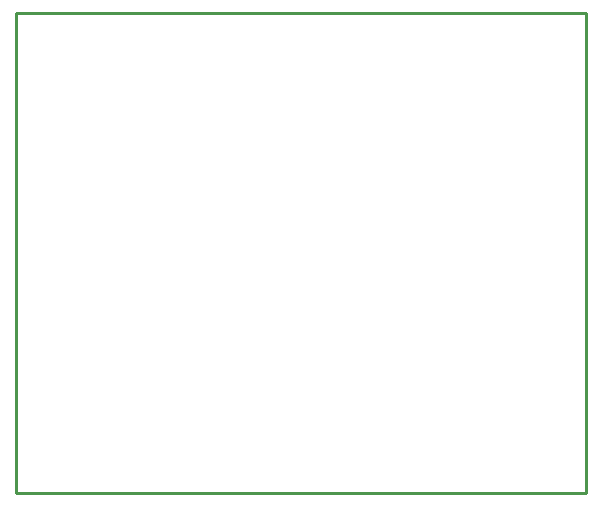
<source format=gko>
G04 Layer: BoardOutlineLayer*
G04 EasyEDA v6.5.22, 2022-12-21 06:26:03*
G04 44fb20df35f846389fc18a84798fcb8b,a0dd7df4febf45e98c33e1d5b3abf522,10*
G04 Gerber Generator version 0.2*
G04 Scale: 100 percent, Rotated: No, Reflected: No *
G04 Dimensions in millimeters *
G04 leading zeros omitted , absolute positions ,4 integer and 5 decimal *
%FSLAX45Y45*%
%MOMM*%

%ADD10C,0.2540*%
D10*
X5941Y4036982D02*
G01*
X4831941Y4036999D01*
X4831941Y-27000D01*
X5941Y-27000D01*
X5941Y4000934D01*
X5941Y4036982D01*

%LPD*%
M02*

</source>
